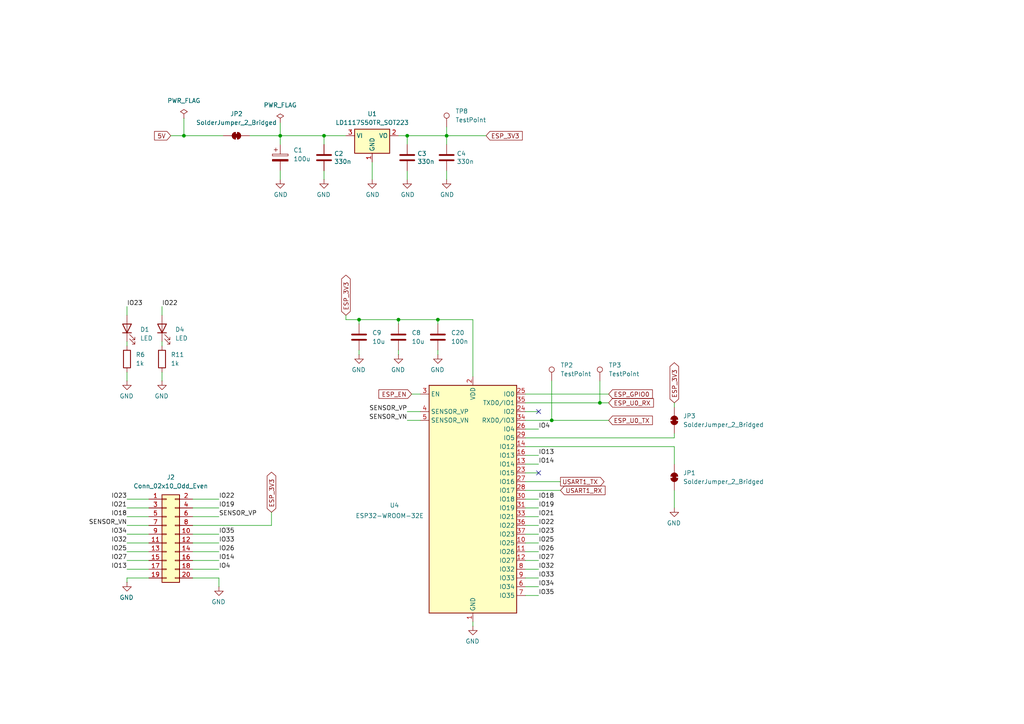
<source format=kicad_sch>
(kicad_sch (version 20250114) (generator "eeschema") (generator_version "9.0")
  (paper "A4")
  (lib_symbols
    (symbol "Connector:TestPoint" (pin_numbers (hide yes)) (pin_names (offset 0.762) (hide yes))
      (property "Reference" "TP" (at 0 6.858 0))
      (property "Value" "TestPoint" (at 0 5.08 0))
      (symbol "TestPoint_0_1"
        (circle (center 0 3.302) (radius 0.762))
      )
      (symbol "TestPoint_1_1"
        (pin passive line (at 0 0 90) (length 2.54) (name "1") (number "1"))
      )
    )
    (symbol "Connector_Generic:Conn_02x10_Odd_Even" (pin_names (offset 1.016) (hide yes))
      (property "Reference" "J" (at 1.27 12.7 0))
      (property "Value" "Conn_02x10_Odd_Even" (at 1.27 -15.24 0))
      (symbol "Conn_02x10_Odd_Even_1_1"
        (rectangle (start -1.27 11.43) (end 3.81 -13.97) (stroke (width 0.254)) (fill (type background)))
        (rectangle (start -1.27 10.287) (end 0 10.033) (stroke (width 0.1524)))
        (rectangle (start -1.27 7.747) (end 0 7.493) (stroke (width 0.1524)))
        (rectangle (start -1.27 5.207) (end 0 4.953) (stroke (width 0.1524)))
        (rectangle (start -1.27 2.667) (end 0 2.413) (stroke (width 0.1524)))
        (rectangle (start -1.27 0.127) (end 0 -0.127) (stroke (width 0.1524)))
        (rectangle (start -1.27 -2.413) (end 0 -2.667) (stroke (width 0.1524)))
        (rectangle (start -1.27 -4.953) (end 0 -5.207) (stroke (width 0.1524)))
        (rectangle (start -1.27 -7.493) (end 0 -7.747) (stroke (width 0.1524)))
        (rectangle (start -1.27 -10.033) (end 0 -10.287) (stroke (width 0.1524)))
        (rectangle (start -1.27 -12.573) (end 0 -12.827) (stroke (width 0.1524)))
        (rectangle (start 3.81 10.287) (end 2.54 10.033) (stroke (width 0.1524)))
        (rectangle (start 3.81 7.747) (end 2.54 7.493) (stroke (width 0.1524)))
        (rectangle (start 3.81 5.207) (end 2.54 4.953) (stroke (width 0.1524)))
        (rectangle (start 3.81 2.667) (end 2.54 2.413) (stroke (width 0.1524)))
        (rectangle (start 3.81 0.127) (end 2.54 -0.127) (stroke (width 0.1524)))
        (rectangle (start 3.81 -2.413) (end 2.54 -2.667) (stroke (width 0.1524)))
        (rectangle (start 3.81 -4.953) (end 2.54 -5.207) (stroke (width 0.1524)))
        (rectangle (start 3.81 -7.493) (end 2.54 -7.747) (stroke (width 0.1524)))
        (rectangle (start 3.81 -10.033) (end 2.54 -10.287) (stroke (width 0.1524)))
        (rectangle (start 3.81 -12.573) (end 2.54 -12.827) (stroke (width 0.1524)))
        (pin passive line (at -5.08 10.16 0) (length 3.81) (name "Pin_1") (number "1"))
        (pin passive line (at -5.08 7.62 0) (length 3.81) (name "Pin_3") (number "3"))
        (pin passive line (at -5.08 5.08 0) (length 3.81) (name "Pin_5") (number "5"))
        (pin passive line (at -5.08 2.54 0) (length 3.81) (name "Pin_7") (number "7"))
        (pin passive line (at -5.08 0 0) (length 3.81) (name "Pin_9") (number "9"))
        (pin passive line (at -5.08 -2.54 0) (length 3.81) (name "Pin_11") (number "11"))
        (pin passive line (at -5.08 -5.08 0) (length 3.81) (name "Pin_13") (number "13"))
        (pin passive line (at -5.08 -7.62 0) (length 3.81) (name "Pin_15") (number "15"))
        (pin passive line (at -5.08 -10.16 0) (length 3.81) (name "Pin_17") (number "17"))
        (pin passive line (at -5.08 -12.7 0) (length 3.81) (name "Pin_19") (number "19"))
        (pin passive line (at 7.62 10.16 180) (length 3.81) (name "Pin_2") (number "2"))
        (pin passive line (at 7.62 7.62 180) (length 3.81) (name "Pin_4") (number "4"))
        (pin passive line (at 7.62 5.08 180) (length 3.81) (name "Pin_6") (number "6"))
        (pin passive line (at 7.62 2.54 180) (length 3.81) (name "Pin_8") (number "8"))
        (pin passive line (at 7.62 0 180) (length 3.81) (name "Pin_10") (number "10"))
        (pin passive line (at 7.62 -2.54 180) (length 3.81) (name "Pin_12") (number "12"))
        (pin passive line (at 7.62 -5.08 180) (length 3.81) (name "Pin_14") (number "14"))
        (pin passive line (at 7.62 -7.62 180) (length 3.81) (name "Pin_16") (number "16"))
        (pin passive line (at 7.62 -10.16 180) (length 3.81) (name "Pin_18") (number "18"))
        (pin passive line (at 7.62 -12.7 180) (length 3.81) (name "Pin_20") (number "20"))
      )
    )
    (symbol "Device:C" (pin_numbers (hide yes)) (pin_names (offset 0.254))
      (property "Reference" "C" (at 0.635 2.54 0))
      (property "Value" "C" (at 0.635 -2.54 0))
      (symbol "C_0_1"
        (polyline (pts (xy -2.032 0.762) (xy 2.032 0.762)) (stroke (width 0.508)))
        (polyline (pts (xy -2.032 -0.762) (xy 2.032 -0.762)) (stroke (width 0.508)))
      )
      (symbol "C_1_1"
        (pin passive line (at 0 3.81 270) (length 2.794) (name "~") (number "1"))
        (pin passive line (at 0 -3.81 90) (length 2.794) (name "~") (number "2"))
      )
    )
    (symbol "Device:C_Polarized" (pin_numbers (hide yes)) (pin_names (offset 0.254))
      (property "Reference" "C" (at 0.635 2.54 0))
      (property "Value" "C_Polarized" (at 0.635 -2.54 0))
      (symbol "C_Polarized_0_1"
        (rectangle (start -2.286 0.508) (end 2.286 1.016))
        (polyline (pts (xy -1.778 2.286) (xy -0.762 2.286)))
        (polyline (pts (xy -1.27 2.794) (xy -1.27 1.778)))
        (rectangle (start 2.286 -0.508) (end -2.286 -1.016) (fill (type outline)))
      )
      (symbol "C_Polarized_1_1"
        (pin passive line (at 0 3.81 270) (length 2.794) (name "~") (number "1"))
        (pin passive line (at 0 -3.81 90) (length 2.794) (name "~") (number "2"))
      )
    )
    (symbol "Device:R" (pin_numbers (hide yes)) (pin_names (offset 0))
      (property "Reference" "R" (at 2.032 0 90))
      (property "Value" "R" (at 0 0 90))
      (symbol "R_0_1"
        (rectangle (start -1.016 -2.54) (end 1.016 2.54) (stroke (width 0.254)))
      )
      (symbol "R_1_1"
        (pin passive line (at 0 3.81 270) (length 1.27) (name "~") (number "1"))
        (pin passive line (at 0 -3.81 90) (length 1.27) (name "~") (number "2"))
      )
    )
    (symbol "Jumper:SolderJumper_2_Bridged" (pin_numbers (hide yes)) (pin_names (offset 0) (hide yes)) (exclude_from_sim yes) (in_bom no)
      (property "Reference" "JP" (at 0 2.032 0))
      (property "Value" "SolderJumper_2_Bridged" (at 0 -2.54 0))
      (symbol "SolderJumper_2_Bridged_0_1"
        (rectangle (start -0.508 0.508) (end 0.508 -0.508) (fill (type outline)))
        (polyline (pts (xy -0.254 1.016) (xy -0.254 -1.016)))
        (arc (start -0.254 -1.016) (mid -1.2656 0) (end -0.254 1.016))
        (arc (start -0.254 -1.016) (mid -1.2656 0) (end -0.254 1.016) (fill (type outline)))
        (arc (start 0.254 1.016) (mid 1.2656 0) (end 0.254 -1.016))
        (arc (start 0.254 1.016) (mid 1.2656 0) (end 0.254 -1.016) (fill (type outline)))
        (polyline (pts (xy 0.254 1.016) (xy 0.254 -1.016)))
      )
      (symbol "SolderJumper_2_Bridged_1_1"
        (pin passive line (at -3.81 0 0) (length 2.54) (name "A") (number "1"))
        (pin passive line (at 3.81 0 180) (length 2.54) (name "B") (number "2"))
      )
    )
    (symbol "LED_1" (pin_numbers (hide yes)) (pin_names (offset 1.016) (hide yes))
      (property "Reference" "D" (at 0 2.54 0))
      (property "Value" "LED" (at 0 -2.54 0))
      (symbol "LED_1_0_1"
        (polyline (pts (xy -3.048 -0.762) (xy -4.572 -2.286) (xy -3.81 -2.286) (xy -4.572 -2.286) (xy -4.572 -1.524)))
        (polyline (pts (xy -1.778 -0.762) (xy -3.302 -2.286) (xy -2.54 -2.286) (xy -3.302 -2.286) (xy -3.302 -1.524)))
        (polyline (pts (xy -1.27 0) (xy 1.27 0)))
        (polyline (pts (xy -1.27 -1.27) (xy -1.27 1.27)) (stroke (width 0.254)))
        (polyline (pts (xy 1.27 -1.27) (xy 1.27 1.27) (xy -1.27 0) (xy 1.27 -1.27)) (stroke (width 0.254)))
      )
      (symbol "LED_1_1_1"
        (pin passive line (at -3.81 0 0) (length 2.54) (name "K") (number "1"))
        (pin passive line (at 3.81 0 180) (length 2.54) (name "A") (number "2"))
      )
    )
    (symbol "RF_Module:ESP32-WROOM-32E"
      (property "Reference" "U" (at -12.7 34.29 0))
      (property "Value" "ESP32-WROOM-32E" (at 1.27 34.29 0))
      (symbol "ESP32-WROOM-32E_0_1"
        (rectangle (start -12.7 33.02) (end 12.7 -33.02) (stroke (width 0.254)) (fill (type background)))
      )
      (symbol "ESP32-WROOM-32E_1_1"
        (pin input line (at -15.24 30.48 0) (length 2.54) (name "EN") (number "3"))
        (pin input line (at -15.24 25.4 0) (length 2.54) (name "SENSOR_VP") (number "4"))
        (pin input line (at -15.24 22.86 0) (length 2.54) (name "SENSOR_VN") (number "5"))
        (pin no_connect line (at -12.7 0 0) (length 2.54) (hide yes) (name "NC") (number "21"))
        (pin no_connect line (at -12.7 -2.54 0) (length 2.54) (hide yes) (name "NC") (number "22"))
        (pin no_connect line (at -12.7 -5.08 0) (length 2.54) (hide yes) (name "NC") (number "17"))
        (pin no_connect line (at -12.7 -7.62 0) (length 2.54) (hide yes) (name "NC") (number "18"))
        (pin no_connect line (at -12.7 -10.16 0) (length 2.54) (hide yes) (name "NC") (number "20"))
        (pin no_connect line (at -12.7 -12.7 0) (length 2.54) (hide yes) (name "NC") (number "19"))
        (pin no_connect line (at -12.7 -27.94 0) (length 2.54) (hide yes) (name "NC") (number "32"))
        (pin power_in line (at 0 35.56 270) (length 2.54) (name "VDD") (number "2"))
        (pin power_in line (at 0 -35.56 90) (length 2.54) (name "GND") (number "1"))
        (pin passive line (at 0 -35.56 90) (length 2.54) (hide yes) (name "GND") (number "15"))
        (pin passive line (at 0 -35.56 90) (length 2.54) (hide yes) (name "GND") (number "38"))
        (pin passive line (at 0 -35.56 90) (length 2.54) (hide yes) (name "GND") (number "39"))
        (pin bidirectional line (at 15.24 30.48 180) (length 2.54) (name "IO0") (number "25"))
        (pin bidirectional line (at 15.24 27.94 180) (length 2.54) (name "TXD0/IO1") (number "35"))
        (pin bidirectional line (at 15.24 25.4 180) (length 2.54) (name "IO2") (number "24"))
        (pin bidirectional line (at 15.24 22.86 180) (length 2.54) (name "RXD0/IO3") (number "34"))
        (pin bidirectional line (at 15.24 20.32 180) (length 2.54) (name "IO4") (number "26"))
        (pin bidirectional line (at 15.24 17.78 180) (length 2.54) (name "IO5") (number "29"))
        (pin bidirectional line (at 15.24 15.24 180) (length 2.54) (name "IO12") (number "14"))
        (pin bidirectional line (at 15.24 12.7 180) (length 2.54) (name "IO13") (number "16"))
        (pin bidirectional line (at 15.24 10.16 180) (length 2.54) (name "IO14") (number "13"))
        (pin bidirectional line (at 15.24 7.62 180) (length 2.54) (name "IO15") (number "23"))
        (pin bidirectional line (at 15.24 5.08 180) (length 2.54) (name "IO16") (number "27"))
        (pin bidirectional line (at 15.24 2.54 180) (length 2.54) (name "IO17") (number "28"))
        (pin bidirectional line (at 15.24 0 180) (length 2.54) (name "IO18") (number "30"))
        (pin bidirectional line (at 15.24 -2.54 180) (length 2.54) (name "IO19") (number "31"))
        (pin bidirectional line (at 15.24 -5.08 180) (length 2.54) (name "IO21") (number "33"))
        (pin bidirectional line (at 15.24 -7.62 180) (length 2.54) (name "IO22") (number "36"))
        (pin bidirectional line (at 15.24 -10.16 180) (length 2.54) (name "IO23") (number "37"))
        (pin bidirectional line (at 15.24 -12.7 180) (length 2.54) (name "IO25") (number "10"))
        (pin bidirectional line (at 15.24 -15.24 180) (length 2.54) (name "IO26") (number "11"))
        (pin bidirectional line (at 15.24 -17.78 180) (length 2.54) (name "IO27") (number "12"))
        (pin bidirectional line (at 15.24 -20.32 180) (length 2.54) (name "IO32") (number "8"))
        (pin bidirectional line (at 15.24 -22.86 180) (length 2.54) (name "IO33") (number "9"))
        (pin input line (at 15.24 -25.4 180) (length 2.54) (name "IO34") (number "6"))
        (pin input line (at 15.24 -27.94 180) (length 2.54) (name "IO35") (number "7"))
      )
    )
    (symbol "Regulator_Linear:LD1117S50TR_SOT223"
      (property "Reference" "U" (at -3.81 3.175 0))
      (property "Value" "LD1117S50TR_SOT223" (at 0 3.175 0))
      (symbol "LD1117S50TR_SOT223_0_1"
        (rectangle (start -5.08 -5.08) (end 5.08 1.905) (stroke (width 0.254)) (fill (type background)))
      )
      (symbol "LD1117S50TR_SOT223_1_1"
        (pin power_in line (at -7.62 0 0) (length 2.54) (name "VI") (number "3"))
        (pin power_in line (at 0 -7.62 90) (length 2.54) (name "GND") (number "1"))
        (pin power_out line (at 7.62 0 180) (length 2.54) (name "VO") (number "2"))
      )
    )
    (symbol "power:GND" (power) (pin_numbers (hide yes)) (pin_names (offset 0) (hide yes))
      (property "Value" "GND" (at 0 -3.81 0))
      (symbol "GND_0_1"
        (polyline (pts (xy 0 0) (xy 0 -1.27) (xy 1.27 -1.27) (xy 0 -2.54) (xy -1.27 -1.27) (xy 0 -1.27)))
      )
      (symbol "GND_1_1"
        (pin power_in line (at 0 0 270) (length 0) (name "~") (number "1"))
      )
    )
    (symbol "power:PWR_FLAG" (power) (pin_numbers (hide yes)) (pin_names (offset 0) (hide yes))
      (property "Value" "PWR_FLAG" (at 0 3.81 0))
      (symbol "PWR_FLAG_0_0"
        (pin power_out line (at 0 0 90) (length 0) (name "~") (number "1"))
      )
      (symbol "PWR_FLAG_0_1"
        (polyline (pts (xy 0 0) (xy 0 1.27) (xy -1.016 1.905) (xy 0 2.54) (xy 1.016 1.905) (xy 0 1.27)))
      )
    )
  )
  (junction (at 93.98 39.37))
  (junction (at 160.02 121.92))
  (junction (at 129.54 39.37))
  (junction (at 81.28 39.37))
  (junction (at 115.57 92.71))
  (junction (at 173.99 116.84))
  (junction (at 127 92.71))
  (junction (at 53.34 39.37))
  (junction (at 104.14 92.71))
  (junction (at 118.11 39.37))
  (no_connect (at 156.21 137.16))
  (no_connect (at 156.21 119.38))
  (wire (pts (xy 152.4 116.84) (xy 173.99 116.84)))
  (wire (pts (xy 118.11 49.53) (xy 118.11 52.07)))
  (wire (pts (xy 53.34 39.37) (xy 64.77 39.37)))
  (wire (pts (xy 55.88 152.4) (xy 78.74 152.4)))
  (wire (pts (xy 93.98 41.91) (xy 93.98 39.37)))
  (wire (pts (xy 156.21 144.78) (xy 152.4 144.78)))
  (wire (pts (xy 115.57 102.87) (xy 115.57 101.6)))
  (wire (pts (xy 46.99 88.9) (xy 46.99 91.44)))
  (wire (pts (xy 49.53 39.37) (xy 53.34 39.37)))
  (wire (pts (xy 100.33 91.44) (xy 100.33 92.71)))
  (wire (pts (xy 55.88 144.78) (xy 63.5 144.78)))
  (wire (pts (xy 100.33 92.71) (xy 104.14 92.71)))
  (wire (pts (xy 127 102.87) (xy 127 101.6)))
  (wire (pts (xy 156.21 147.32) (xy 152.4 147.32)))
  (wire (pts (xy 156.21 124.46) (xy 152.4 124.46)))
  (wire (pts (xy 195.58 118.11) (xy 195.58 116.84)))
  (wire (pts (xy 118.11 39.37) (xy 118.11 41.91)))
  (wire (pts (xy 115.57 92.71) (xy 115.57 93.98)))
  (wire (pts (xy 152.4 119.38) (xy 156.21 119.38)))
  (wire (pts (xy 156.21 154.94) (xy 152.4 154.94)))
  (wire (pts (xy 55.88 165.1) (xy 63.5 165.1)))
  (wire (pts (xy 36.83 167.64) (xy 43.18 167.64)))
  (wire (pts (xy 36.83 144.78) (xy 43.18 144.78)))
  (wire (pts (xy 152.4 129.54) (xy 195.58 129.54)))
  (wire (pts (xy 160.02 121.92) (xy 176.53 121.92)))
  (wire (pts (xy 156.21 162.56) (xy 152.4 162.56)))
  (wire (pts (xy 173.99 110.49) (xy 173.99 116.84)))
  (wire (pts (xy 36.83 107.95) (xy 36.83 110.49)))
  (wire (pts (xy 36.83 165.1) (xy 43.18 165.1)))
  (wire (pts (xy 104.14 92.71) (xy 104.14 93.98)))
  (wire (pts (xy 115.57 39.37) (xy 118.11 39.37)))
  (wire (pts (xy 156.21 170.18) (xy 152.4 170.18)))
  (wire (pts (xy 195.58 129.54) (xy 195.58 134.62)))
  (wire (pts (xy 156.21 132.08) (xy 152.4 132.08)))
  (wire (pts (xy 129.54 39.37) (xy 129.54 41.91)))
  (wire (pts (xy 156.21 149.86) (xy 152.4 149.86)))
  (wire (pts (xy 36.83 88.9) (xy 36.83 91.44)))
  (wire (pts (xy 118.11 119.38) (xy 121.92 119.38)))
  (wire (pts (xy 156.21 165.1) (xy 152.4 165.1)))
  (wire (pts (xy 104.14 102.87) (xy 104.14 101.6)))
  (wire (pts (xy 137.16 109.22) (xy 137.16 92.71)))
  (wire (pts (xy 152.4 142.24) (xy 162.56 142.24)))
  (wire (pts (xy 55.88 167.64) (xy 63.5 167.64)))
  (wire (pts (xy 36.83 157.48) (xy 43.18 157.48)))
  (wire (pts (xy 36.83 147.32) (xy 43.18 147.32)))
  (wire (pts (xy 118.11 39.37) (xy 129.54 39.37)))
  (wire (pts (xy 118.11 121.92) (xy 121.92 121.92)))
  (wire (pts (xy 36.83 160.02) (xy 43.18 160.02)))
  (wire (pts (xy 137.16 180.34) (xy 137.16 181.61)))
  (wire (pts (xy 46.99 107.95) (xy 46.99 110.49)))
  (wire (pts (xy 156.21 167.64) (xy 152.4 167.64)))
  (wire (pts (xy 36.83 168.91) (xy 36.83 167.64)))
  (wire (pts (xy 93.98 49.53) (xy 93.98 52.07)))
  (wire (pts (xy 36.83 152.4) (xy 43.18 152.4)))
  (wire (pts (xy 156.21 157.48) (xy 152.4 157.48)))
  (wire (pts (xy 81.28 35.56) (xy 81.28 39.37)))
  (wire (pts (xy 152.4 137.16) (xy 156.21 137.16)))
  (wire (pts (xy 55.88 162.56) (xy 63.5 162.56)))
  (wire (pts (xy 195.58 142.24) (xy 195.58 147.32)))
  (wire (pts (xy 78.74 148.59) (xy 78.74 152.4)))
  (wire (pts (xy 152.4 121.92) (xy 160.02 121.92)))
  (wire (pts (xy 36.83 99.06) (xy 36.83 100.33)))
  (wire (pts (xy 63.5 167.64) (xy 63.5 170.18)))
  (wire (pts (xy 107.95 46.99) (xy 107.95 52.07)))
  (wire (pts (xy 127 92.71) (xy 127 93.98)))
  (wire (pts (xy 129.54 39.37) (xy 140.97 39.37)))
  (wire (pts (xy 156.21 172.72) (xy 152.4 172.72)))
  (wire (pts (xy 127 92.71) (xy 137.16 92.71)))
  (wire (pts (xy 160.02 110.49) (xy 160.02 121.92)))
  (wire (pts (xy 173.99 116.84) (xy 176.53 116.84)))
  (wire (pts (xy 195.58 125.73) (xy 195.58 127)))
  (wire (pts (xy 81.28 49.53) (xy 81.28 52.07)))
  (wire (pts (xy 104.14 92.71) (xy 115.57 92.71)))
  (wire (pts (xy 81.28 39.37) (xy 93.98 39.37)))
  (wire (pts (xy 195.58 127) (xy 152.4 127)))
  (wire (pts (xy 81.28 39.37) (xy 81.28 41.91)))
  (wire (pts (xy 55.88 157.48) (xy 63.5 157.48)))
  (wire (pts (xy 156.21 160.02) (xy 152.4 160.02)))
  (wire (pts (xy 55.88 147.32) (xy 63.5 147.32)))
  (wire (pts (xy 46.99 99.06) (xy 46.99 100.33)))
  (wire (pts (xy 36.83 149.86) (xy 43.18 149.86)))
  (wire (pts (xy 156.21 152.4) (xy 152.4 152.4)))
  (wire (pts (xy 72.39 39.37) (xy 81.28 39.37)))
  (wire (pts (xy 119.38 114.3) (xy 121.92 114.3)))
  (wire (pts (xy 100.33 39.37) (xy 93.98 39.37)))
  (wire (pts (xy 152.4 114.3) (xy 176.53 114.3)))
  (wire (pts (xy 152.4 139.7) (xy 162.56 139.7)))
  (wire (pts (xy 129.54 36.83) (xy 129.54 39.37)))
  (wire (pts (xy 115.57 92.71) (xy 127 92.71)))
  (wire (pts (xy 55.88 160.02) (xy 63.5 160.02)))
  (wire (pts (xy 53.34 34.29) (xy 53.34 39.37)))
  (wire (pts (xy 36.83 162.56) (xy 43.18 162.56)))
  (wire (pts (xy 129.54 49.53) (xy 129.54 52.07)))
  (wire (pts (xy 36.83 154.94) (xy 43.18 154.94)))
  (wire (pts (xy 156.21 134.62) (xy 152.4 134.62)))
  (wire (pts (xy 55.88 154.94) (xy 63.5 154.94)))
  (wire (pts (xy 55.88 149.86) (xy 63.5 149.86)))
  (label "IO23" (at 36.83 88.9 0))
  (label "IO32" (at 156.21 165.1 0))
  (label "IO18" (at 36.83 149.86 180))
  (label "IO32" (at 36.83 157.48 180))
  (label "IO27" (at 36.83 162.56 180))
  (label "SENSOR_VP" (at 118.11 119.38 180))
  (label "IO14" (at 63.5 162.56 0))
  (label "IO21" (at 36.83 147.32 180))
  (label "IO23" (at 156.21 154.94 0))
  (label "IO27" (at 156.21 162.56 0))
  (label "IO25" (at 36.83 160.02 180))
  (label "IO26" (at 63.5 160.02 0))
  (label "IO13" (at 156.21 132.08 0))
  (label "IO4" (at 63.5 165.1 0))
  (label "IO18" (at 156.21 144.78 0))
  (label "SENSOR_VP" (at 63.5 149.86 0))
  (label "IO23" (at 36.83 144.78 180))
  (label "IO35" (at 156.21 172.72 0))
  (label "IO22" (at 46.99 88.9 0))
  (label "SENSOR_VN" (at 36.83 152.4 180))
  (label "IO22" (at 156.21 152.4 0))
  (label "IO35" (at 63.5 154.94 0))
  (label "IO22" (at 63.5 144.78 0))
  (label "IO34" (at 156.21 170.18 0))
  (label "IO25" (at 156.21 157.48 0))
  (label "IO34" (at 36.83 154.94 180))
  (label "IO19" (at 156.21 147.32 0))
  (label "IO13" (at 36.83 165.1 180))
  (label "IO21" (at 156.21 149.86 0))
  (label "IO19" (at 63.5 147.32 0))
  (label "IO26" (at 156.21 160.02 0))
  (label "SENSOR_VN" (at 118.11 121.92 180))
  (label "IO4" (at 156.21 124.46 0))
  (label "IO33" (at 63.5 157.48 0))
  (label "IO33" (at 156.21 167.64 0))
  (label "IO14" (at 156.21 134.62 0))
  (global_label "ESP_3V3" (shape bidirectional) (at 195.58 116.84 90) (property "Intersheetrefs" "${INTERSHEET_REFS}" (effects (hide yes))))
  (global_label "ESP_3V3" (shape bidirectional) (at 100.33 91.44 90) (property "Intersheetrefs" "${INTERSHEET_REFS}" (effects (hide yes))))
  (global_label "USART1_TX" (shape output) (at 162.56 139.7 0) (property "Intersheetrefs" "${INTERSHEET_REFS}" (effects (hide yes))))
  (global_label "ESP_EN" (shape input) (at 119.38 114.3 180) (property "Intersheetrefs" "${INTERSHEET_REFS}" (effects (hide yes))))
  (global_label "ESP_GPIO0" (shape input) (at 176.53 114.3 0) (property "Intersheetrefs" "${INTERSHEET_REFS}" (effects (hide yes))))
  (global_label "ESP_U0_RX" (shape input) (at 176.53 116.84 0) (property "Intersheetrefs" "${INTERSHEET_REFS}" (effects (hide yes))))
  (global_label "USART1_RX" (shape input) (at 162.56 142.24 0) (property "Intersheetrefs" "${INTERSHEET_REFS}" (effects (hide yes))))
  (global_label "ESP_3V3" (shape bidirectional) (at 78.74 148.59 90) (property "Intersheetrefs" "${INTERSHEET_REFS}" (effects (hide yes))))
  (global_label "ESP_3V3" (shape input) (at 140.97 39.37 0) (property "Intersheetrefs" "${INTERSHEET_REFS}" (effects (hide yes))))
  (global_label "5V" (shape input) (at 49.53 39.37 180) (property "Intersheetrefs" "${INTERSHEET_REFS}" (effects (hide yes))))
  (global_label "ESP_U0_TX" (shape input) (at 176.53 121.92 0) (property "Intersheetrefs" "${INTERSHEET_REFS}" (effects (hide yes))))
  (symbol (lib_id "power:GND") (at 137.16 181.61 0) (mirror y) (unit 1)
    (property "Reference" "#PWR08" (effects (hide yes)))
    (property "Value" "GND" (at 137.033 186.0042 0))
    (property "Description" "Power symbol creates a global label with name \"GND\" , ground" (effects (hide yes)))
  )
  (symbol (lib_id "power:GND") (at 93.98 52.07 0) (mirror y) (unit 1)
    (property "Reference" "#PWR03" (effects (hide yes)))
    (property "Value" "GND" (at 93.853 56.4642 0))
    (property "Description" "Power symbol creates a global label with name \"GND\" , ground" (effects (hide yes)))
  )
  (symbol (lib_id "Connector:TestPoint") (at 173.99 110.49 0) (unit 1)
    (property "Reference" "TP3" (at 176.53 105.9179 0) (effects (justify left)))
    (property "Value" "TestPoint" (at 176.53 108.4579 0) (effects (justify left)))
    (property "Footprint" "TestPoint:TestPoint_Pad_D1.5mm" (effects (hide yes)))
  )
  (symbol (lib_id "power:GND") (at 104.14 102.87 0) (mirror y) (unit 1)
    (property "Reference" "#PWR010" (effects (hide yes)))
    (property "Value" "GND" (at 104.013 107.2642 0))
    (property "Description" "Power symbol creates a global label with name \"GND\" , ground" (effects (hide yes)))
  )
  (symbol (lib_id "power:GND") (at 129.54 52.07 0) (unit 1)
    (property "Reference" "#PWR06" (effects (hide yes)))
    (property "Value" "GND" (at 129.667 56.4642 0))
    (property "Description" "Power symbol creates a global label with name \"GND\" , ground" (effects (hide yes)))
  )
  (symbol (lib_id "power:PWR_FLAG") (at 53.34 34.29 0) (unit 1)
    (property "Reference" "#FLG02" (effects (hide yes)))
    (property "Value" "PWR_FLAG" (at 53.34 29.21 0))
    (property "Description" "Special symbol for telling ERC where power comes from" (effects (hide yes)))
  )
  (symbol (lib_id "Connector:TestPoint") (at 129.54 36.83 0) (unit 1)
    (property "Reference" "TP8" (at 132.08 32.2579 0) (effects (justify left)))
    (property "Value" "TestPoint" (at 132.08 34.7979 0) (effects (justify left)))
    (property "Footprint" "TestPoint:TestPoint_Pad_D1.5mm" (effects (hide yes)))
  )
  (symbol (lib_id "Jumper:SolderJumper_2_Bridged") (at 195.58 121.92 90) (unit 1) (exclude_from_sim yes) (in_bom no)
    (property "Reference" "JP3" (at 198.12 120.6499 90) (effects (justify right)))
    (property "Value" "SolderJumper_2_Bridged" (at 198.12 123.1899 90) (effects (justify right)))
    (property "Footprint" "Jumper:SolderJumper-2_P1.3mm_Bridged_Pad1.0x1.5mm" (effects (hide yes)))
    (property "Description" "Solder Jumper, 2-pole, closed/bridged" (effects (hide yes)))
  )
  (symbol (lib_name "LED_1") (lib_id "Device:LED") (at 36.83 95.25 90) (unit 1)
    (property "Reference" "D1" (at 40.64 95.5674 90) (effects (justify right)))
    (property "Value" "LED" (at 40.64 98.1074 90) (effects (justify right)))
    (property "Footprint" "LED_SMD:LED_0402_1005Metric" (effects (hide yes)))
    (property "Description" "Light emitting diode" (effects (hide yes)))
    (property "Sim.Pins" "1=K 2=A" (effects (hide yes)))
  )
  (symbol (lib_id "power:GND") (at 195.58 147.32 0) (mirror y) (unit 1)
    (property "Reference" "#PWR07" (effects (hide yes)))
    (property "Value" "GND" (at 195.453 151.7142 0))
    (property "Description" "Power symbol creates a global label with name \"GND\" , ground" (effects (hide yes)))
  )
  (symbol (lib_id "Device:C_Polarized") (at 81.28 45.72 0) (unit 1)
    (property "Reference" "C1" (at 85.09 43.5609 0) (effects (justify left)))
    (property "Value" "100u" (at 85.09 46.1009 0) (effects (justify left)))
    (property "Footprint" "Capacitor_SMD:CP_Elec_6.3x5.8" (effects (hide yes)))
    (property "Description" "Polarized capacitor" (effects (hide yes)))
  )
  (symbol (lib_id "Device:C") (at 127 97.79 0) (mirror y) (unit 1)
    (property "Reference" "C20" (at 130.81 96.5199 0) (effects (justify right)))
    (property "Value" "100n" (at 130.81 99.0599 0) (effects (justify right)))
    (property "Footprint" "Capacitor_SMD:C_0805_2012Metric" (effects (hide yes)))
  )
  (symbol (lib_id "Jumper:SolderJumper_2_Bridged") (at 195.58 138.43 90) (unit 1) (exclude_from_sim yes) (in_bom no)
    (property "Reference" "JP1" (at 198.12 137.1599 90) (effects (justify right)))
    (property "Value" "SolderJumper_2_Bridged" (at 198.12 139.6999 90) (effects (justify right)))
    (property "Footprint" "Jumper:SolderJumper-2_P1.3mm_Bridged_Pad1.0x1.5mm" (effects (hide yes)))
    (property "Description" "Solder Jumper, 2-pole, closed/bridged" (effects (hide yes)))
  )
  (symbol (lib_id "power:GND") (at 81.28 52.07 0) (unit 1)
    (property "Reference" "#PWR02" (effects (hide yes)))
    (property "Value" "GND" (at 81.407 56.4642 0))
    (property "Description" "Power symbol creates a global label with name \"GND\" , ground" (effects (hide yes)))
  )
  (symbol (lib_id "power:PWR_FLAG") (at 81.28 35.56 0) (unit 1)
    (property "Reference" "#FLG04" (effects (hide yes)))
    (property "Value" "PWR_FLAG" (at 81.28 30.48 0))
    (property "Description" "Special symbol for telling ERC where power comes from" (effects (hide yes)))
  )
  (symbol (lib_id "power:GND") (at 63.5 170.18 0) (mirror y) (unit 1)
    (property "Reference" "#PWR021" (effects (hide yes)))
    (property "Value" "GND" (at 63.373 174.5742 0))
    (property "Description" "Power symbol creates a global label with name \"GND\" , ground" (effects (hide yes)))
  )
  (symbol (lib_id "power:GND") (at 115.57 102.87 0) (mirror y) (unit 1)
    (property "Reference" "#PWR031" (effects (hide yes)))
    (property "Value" "GND" (at 115.443 107.2642 0))
    (property "Description" "Power symbol creates a global label with name \"GND\" , ground" (effects (hide yes)))
  )
  (symbol (lib_id "Connector_Generic:Conn_02x10_Odd_Even") (at 48.26 154.94 0) (unit 1)
    (property "Reference" "J2" (at 49.53 138.43 0))
    (property "Value" "Conn_02x10_Odd_Even" (at 49.53 140.97 0))
    (property "Footprint" "Connector_PinHeader_2.54mm:PinHeader_2x10_P2.54mm_Horizontal" (effects (hide yes)))
    (property "Description" "Generic connector, double row, 02x10, odd/even pin numbering scheme (row 1 odd numbers, row 2 even numbers), script generated (kicad-library-utils/schlib/autogen/connector/)" (effects (hide yes)))
  )
  (symbol (lib_id "Jumper:SolderJumper_2_Bridged") (at 68.58 39.37 0) (unit 1) (exclude_from_sim yes) (in_bom no)
    (property "Reference" "JP2" (at 68.58 33.02 0))
    (property "Value" "SolderJumper_2_Bridged" (at 68.58 35.56 0))
    (property "Footprint" "Jumper:SolderJumper-2_P1.3mm_Bridged_Pad1.0x1.5mm" (effects (hide yes)))
    (property "Description" "Solder Jumper, 2-pole, closed/bridged" (effects (hide yes)))
  )
  (symbol (lib_id "Device:C") (at 118.11 45.72 0) (unit 1)
    (property "Reference" "C3" (at 121.031 44.5516 0) (effects (justify left)))
    (property "Value" "330n" (at 121.031 46.863 0) (effects (justify left)))
    (property "Footprint" "Capacitor_SMD:C_0805_2012Metric" (effects (hide yes)))
  )
  (symbol (lib_id "Device:R") (at 46.99 104.14 0) (mirror y) (unit 1)
    (property "Reference" "R11" (at 49.53 102.8699 0) (effects (justify right)))
    (property "Value" "1k" (at 49.53 105.4099 0) (effects (justify right)))
    (property "Footprint" "Resistor_SMD:R_0805_2012Metric" (effects (hide yes)))
  )
  (symbol (lib_id "Regulator_Linear:LD1117S50TR_SOT223") (at 107.95 39.37 0) (unit 1)
    (property "Reference" "U1" (at 107.95 33.02 0))
    (property "Value" "LD1117S50TR_SOT223" (at 107.95 35.56 0))
    (property "Footprint" "Package_TO_SOT_SMD:SOT-223-3_TabPin2" (effects (hide yes)))
    (property "Datasheet" "http://www.st.com/st-web-ui/static/active/en/resource/technical/document/datasheet/CD00000544.pdf" (effects (hide yes)))
    (property "Description" "800mA Fixed Low Drop Positive Voltage Regulator, Fixed Output 5.0V, SOT-223" (effects (hide yes)))
  )
  (symbol (lib_id "Device:C") (at 115.57 97.79 0) (mirror y) (unit 1)
    (property "Reference" "C8" (at 119.38 96.5199 0) (effects (justify right)))
    (property "Value" "10u" (at 119.38 99.0599 0) (effects (justify right)))
    (property "Footprint" "Capacitor_SMD:C_0805_2012Metric" (effects (hide yes)))
  )
  (symbol (lib_id "power:GND") (at 127 102.87 0) (mirror y) (unit 1)
    (property "Reference" "#PWR032" (effects (hide yes)))
    (property "Value" "GND" (at 126.873 107.2642 0))
    (property "Description" "Power symbol creates a global label with name \"GND\" , ground" (effects (hide yes)))
  )
  (symbol (lib_id "Device:C") (at 104.14 97.79 0) (mirror y) (unit 1)
    (property "Reference" "C9" (at 107.95 96.5199 0) (effects (justify right)))
    (property "Value" "10u" (at 107.95 99.0599 0) (effects (justify right)))
    (property "Footprint" "Capacitor_SMD:C_0805_2012Metric" (effects (hide yes)))
  )
  (symbol (lib_id "Device:C") (at 129.54 45.72 0) (unit 1)
    (property "Reference" "C4" (at 132.461 44.5516 0) (effects (justify left)))
    (property "Value" "330n" (at 132.461 46.863 0) (effects (justify left)))
    (property "Footprint" "Capacitor_SMD:C_0805_2012Metric" (effects (hide yes)))
  )
  (symbol (lib_id "Device:C") (at 93.98 45.72 0) (unit 1)
    (property "Reference" "C2" (at 96.901 44.5516 0) (effects (justify left)))
    (property "Value" "330n" (at 96.901 46.863 0) (effects (justify left)))
    (property "Footprint" "Capacitor_SMD:C_0805_2012Metric" (effects (hide yes)))
  )
  (symbol (lib_id "power:GND") (at 46.99 110.49 0) (mirror y) (unit 1)
    (property "Reference" "#PWR022" (effects (hide yes)))
    (property "Value" "GND" (at 46.863 114.8842 0))
    (property "Description" "Power symbol creates a global label with name \"GND\" , ground" (effects (hide yes)))
  )
  (symbol (lib_id "power:GND") (at 107.95 52.07 0) (unit 1)
    (property "Reference" "#PWR04" (effects (hide yes)))
    (property "Value" "GND" (at 108.077 56.4642 0))
    (property "Description" "Power symbol creates a global label with name \"GND\" , ground" (effects (hide yes)))
  )
  (symbol (lib_id "Connector:TestPoint") (at 160.02 110.49 0) (unit 1)
    (property "Reference" "TP2" (at 162.56 105.9179 0) (effects (justify left)))
    (property "Value" "TestPoint" (at 162.56 108.4579 0) (effects (justify left)))
    (property "Footprint" "TestPoint:TestPoint_Pad_D1.5mm" (effects (hide yes)))
  )
  (symbol (lib_id "RF_Module:ESP32-WROOM-32E") (at 137.16 144.78 0) (unit 1)
    (property "Reference" "U4" (at 113.03 146.558 0) (effects (justify left)))
    (property "Value" "ESP32-WROOM-32E" (at 103.124 149.606 0) (effects (justify left)))
    (property "Footprint" "RF_Module:ESP32-WROOM-32D" (effects (hide yes)))
    (property "Datasheet" "https://www.espressif.com/sites/default/files/documentation/esp32-wroom-32e_esp32-wroom-32ue_datasheet_en.pdf" (effects (hide yes)))
    (property "Description" "RF Module, ESP32-D0WD-V3 SoC, without PSRAM, Wi-Fi 802.11b/g/n, Bluetooth, BLE, 32-bit, 2.7-3.6V, onboard antenna, SMD" (effects (hide yes)))
  )
  (symbol (lib_id "Device:R") (at 36.83 104.14 0) (mirror y) (unit 1)
    (property "Reference" "R6" (at 39.37 102.8699 0) (effects (justify right)))
    (property "Value" "1k" (at 39.37 105.4099 0) (effects (justify right)))
    (property "Footprint" "Resistor_SMD:R_0805_2012Metric" (effects (hide yes)))
  )
  (symbol (lib_name "LED_1") (lib_id "Device:LED") (at 46.99 95.25 90) (unit 1)
    (property "Reference" "D4" (at 50.8 95.5674 90) (effects (justify right)))
    (property "Value" "LED" (at 50.8 98.1074 90) (effects (justify right)))
    (property "Footprint" "LED_SMD:LED_0402_1005Metric" (effects (hide yes)))
    (property "Description" "Light emitting diode" (effects (hide yes)))
    (property "Sim.Pins" "1=K 2=A" (effects (hide yes)))
  )
  (symbol (lib_id "power:GND") (at 36.83 168.91 0) (mirror y) (unit 1)
    (property "Reference" "#PWR09" (effects (hide yes)))
    (property "Value" "GND" (at 36.703 173.3042 0))
    (property "Description" "Power symbol creates a global label with name \"GND\" , ground" (effects (hide yes)))
  )
  (symbol (lib_id "power:GND") (at 118.11 52.07 0) (unit 1)
    (property "Reference" "#PWR05" (effects (hide yes)))
    (property "Value" "GND" (at 118.237 56.4642 0))
    (property "Description" "Power symbol creates a global label with name \"GND\" , ground" (effects (hide yes)))
  )
  (symbol (lib_id "power:GND") (at 36.83 110.49 0) (mirror y) (unit 1)
    (property "Reference" "#PWR023" (effects (hide yes)))
    (property "Value" "GND" (at 36.703 114.8842 0))
    (property "Description" "Power symbol creates a global label with name \"GND\" , ground" (effects (hide yes)))
  )
)
</source>
